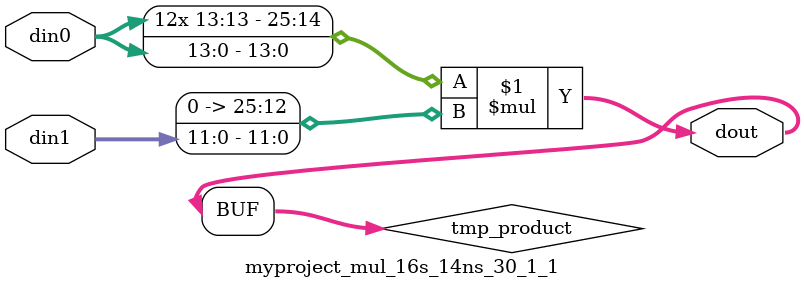
<source format=v>

`timescale 1 ns / 1 ps

  module myproject_mul_16s_14ns_30_1_1(din0, din1, dout);
parameter ID = 1;
parameter NUM_STAGE = 0;
parameter din0_WIDTH = 14;
parameter din1_WIDTH = 12;
parameter dout_WIDTH = 26;

input [din0_WIDTH - 1 : 0] din0; 
input [din1_WIDTH - 1 : 0] din1; 
output [dout_WIDTH - 1 : 0] dout;

wire signed [dout_WIDTH - 1 : 0] tmp_product;












assign tmp_product = $signed(din0) * $signed({1'b0, din1});









assign dout = tmp_product;







endmodule

</source>
